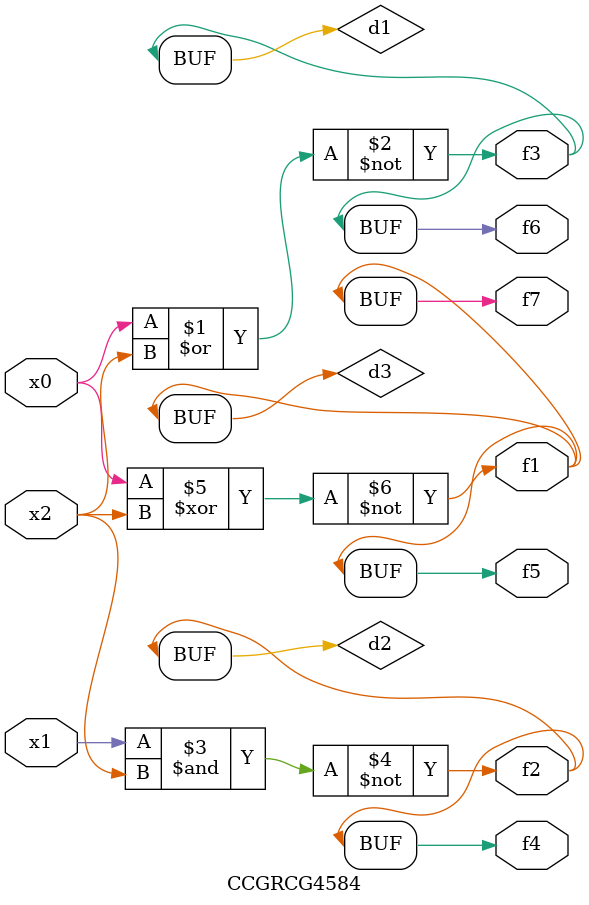
<source format=v>
module CCGRCG4584(
	input x0, x1, x2,
	output f1, f2, f3, f4, f5, f6, f7
);

	wire d1, d2, d3;

	nor (d1, x0, x2);
	nand (d2, x1, x2);
	xnor (d3, x0, x2);
	assign f1 = d3;
	assign f2 = d2;
	assign f3 = d1;
	assign f4 = d2;
	assign f5 = d3;
	assign f6 = d1;
	assign f7 = d3;
endmodule

</source>
